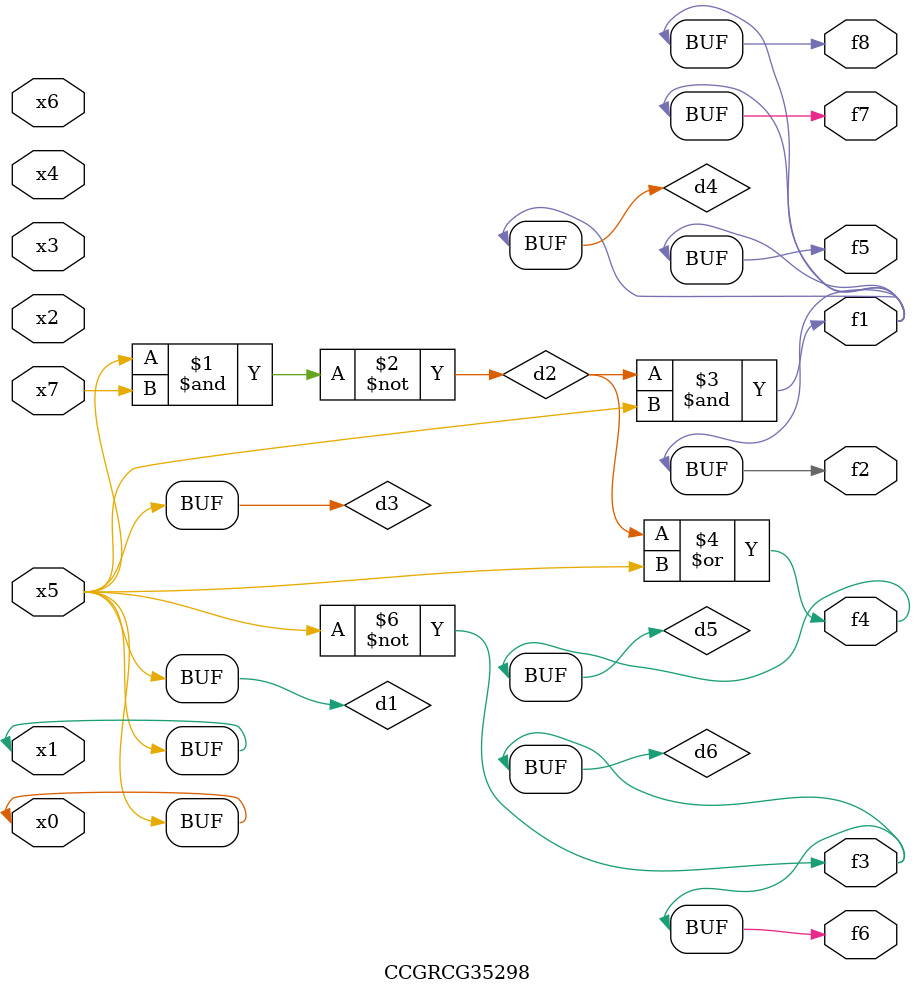
<source format=v>
module CCGRCG35298(
	input x0, x1, x2, x3, x4, x5, x6, x7,
	output f1, f2, f3, f4, f5, f6, f7, f8
);

	wire d1, d2, d3, d4, d5, d6;

	buf (d1, x0, x5);
	nand (d2, x5, x7);
	buf (d3, x0, x1);
	and (d4, d2, d3);
	or (d5, d2, d3);
	nor (d6, d1, d3);
	assign f1 = d4;
	assign f2 = d4;
	assign f3 = d6;
	assign f4 = d5;
	assign f5 = d4;
	assign f6 = d6;
	assign f7 = d4;
	assign f8 = d4;
endmodule

</source>
